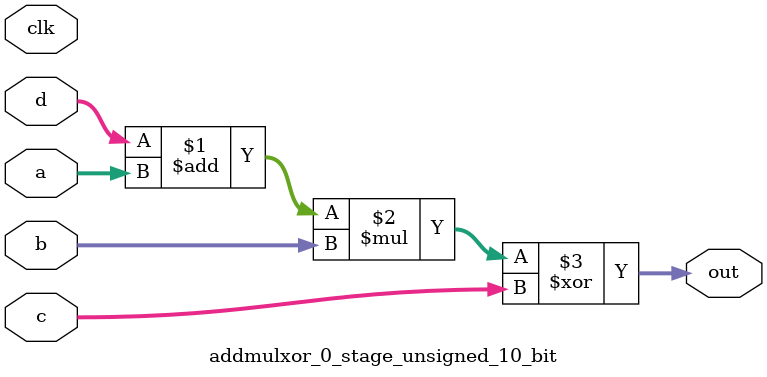
<source format=sv>
(* use_dsp = "yes" *) module addmulxor_0_stage_unsigned_10_bit(
	input  [9:0] a,
	input  [9:0] b,
	input  [9:0] c,
	input  [9:0] d,
	output [9:0] out,
	input clk);

	assign out = ((d + a) * b) ^ c;
endmodule

</source>
